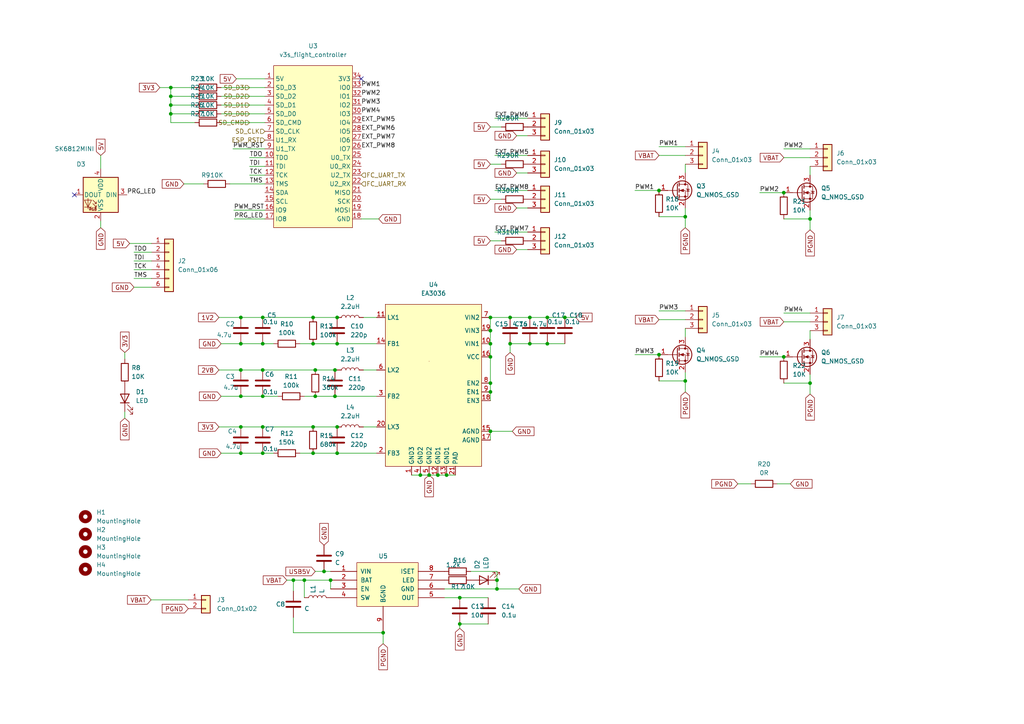
<source format=kicad_sch>
(kicad_sch (version 20211123) (generator eeschema)
  (paper "A4")
  (lib_symbols
    (symbol "Connector_Generic:Conn_01x02" (pin_names (offset 1.016) hide)
      (property "Reference" "J" (at 0 2.54 0))
      (property "Value" "Conn_01x02" (at 0 -5.08 0))
      (symbol "Conn_01x02_1_1"
        (rectangle (start -1.27 -2.413) (end 0 -2.667) (stroke (width 0.1524)))
        (rectangle (start -1.27 0.127) (end 0 -0.127) (stroke (width 0.1524)))
        (rectangle (start -1.27 1.27) (end 1.27 -3.81) (stroke (width 0.254)) (fill (type background)))
        (pin passive line (at -5.08 0 0) (length 3.81) (name "Pin_1") (number "1"))
        (pin passive line (at -5.08 -2.54 0) (length 3.81) (name "Pin_2") (number "2"))
      )
    )
    (symbol "Connector_Generic:Conn_01x03" (pin_names (offset 1.016) hide)
      (property "Reference" "J" (at 0 5.08 0))
      (property "Value" "Conn_01x03" (at 0 -5.08 0))
      (symbol "Conn_01x03_1_1"
        (rectangle (start -1.27 -2.413) (end 0 -2.667) (stroke (width 0.1524)))
        (rectangle (start -1.27 0.127) (end 0 -0.127) (stroke (width 0.1524)))
        (rectangle (start -1.27 2.667) (end 0 2.413) (stroke (width 0.1524)))
        (rectangle (start -1.27 3.81) (end 1.27 -3.81) (stroke (width 0.254)) (fill (type background)))
        (pin passive line (at -5.08 2.54 0) (length 3.81) (name "Pin_1") (number "1"))
        (pin passive line (at -5.08 0 0) (length 3.81) (name "Pin_2") (number "2"))
        (pin passive line (at -5.08 -2.54 0) (length 3.81) (name "Pin_3") (number "3"))
      )
    )
    (symbol "Connector_Generic:Conn_01x06" (pin_names (offset 1.016) hide)
      (property "Reference" "J" (at 0 7.62 0))
      (property "Value" "Conn_01x06" (at 0 -10.16 0))
      (symbol "Conn_01x06_1_1"
        (rectangle (start -1.27 -7.493) (end 0 -7.747) (stroke (width 0.1524)))
        (rectangle (start -1.27 -4.953) (end 0 -5.207) (stroke (width 0.1524)))
        (rectangle (start -1.27 -2.413) (end 0 -2.667) (stroke (width 0.1524)))
        (rectangle (start -1.27 0.127) (end 0 -0.127) (stroke (width 0.1524)))
        (rectangle (start -1.27 2.667) (end 0 2.413) (stroke (width 0.1524)))
        (rectangle (start -1.27 5.207) (end 0 4.953) (stroke (width 0.1524)))
        (rectangle (start -1.27 6.35) (end 1.27 -8.89) (stroke (width 0.254)) (fill (type background)))
        (pin passive line (at -5.08 5.08 0) (length 3.81) (name "Pin_1") (number "1"))
        (pin passive line (at -5.08 2.54 0) (length 3.81) (name "Pin_2") (number "2"))
        (pin passive line (at -5.08 0 0) (length 3.81) (name "Pin_3") (number "3"))
        (pin passive line (at -5.08 -2.54 0) (length 3.81) (name "Pin_4") (number "4"))
        (pin passive line (at -5.08 -5.08 0) (length 3.81) (name "Pin_5") (number "5"))
        (pin passive line (at -5.08 -7.62 0) (length 3.81) (name "Pin_6") (number "6"))
      )
    )
    (symbol "Device:C" (pin_numbers hide) (pin_names (offset 0.254))
      (property "Reference" "C" (at 0.635 2.54 0))
      (property "Value" "C" (at 0.635 -2.54 0))
      (symbol "C_0_1"
        (polyline (pts (xy -2.032 -0.762) (xy 2.032 -0.762)) (stroke (width 0.508)))
        (polyline (pts (xy -2.032 0.762) (xy 2.032 0.762)) (stroke (width 0.508)))
      )
      (symbol "C_1_1"
        (pin passive line (at 0 3.81 270) (length 2.794) (name "~") (number "1"))
        (pin passive line (at 0 -3.81 90) (length 2.794) (name "~") (number "2"))
      )
    )
    (symbol "Device:L" (pin_numbers hide) (pin_names (offset 1.016) hide)
      (property "Reference" "L" (at -1.27 0 90))
      (property "Value" "L" (at 1.905 0 90))
      (symbol "L_0_1"
        (arc (start 0 -2.54) (mid 0.635 -1.905) (end 0 -1.27))
        (arc (start 0 -1.27) (mid 0.635 -0.635) (end 0 0))
        (arc (start 0 0) (mid 0.635 0.635) (end 0 1.27))
        (arc (start 0 1.27) (mid 0.635 1.905) (end 0 2.54))
      )
      (symbol "L_1_1"
        (pin passive line (at 0 3.81 270) (length 1.27) (name "1") (number "1"))
        (pin passive line (at 0 -3.81 90) (length 1.27) (name "2") (number "2"))
      )
    )
    (symbol "Device:LED" (pin_numbers hide) (pin_names (offset 1.016) hide)
      (property "Reference" "D" (at 0 2.54 0))
      (property "Value" "LED" (at 0 -2.54 0))
      (symbol "LED_0_1"
        (polyline (pts (xy -1.27 -1.27) (xy -1.27 1.27)) (stroke (width 0.254)))
        (polyline (pts (xy -1.27 0) (xy 1.27 0)))
        (polyline (pts (xy 1.27 -1.27) (xy 1.27 1.27) (xy -1.27 0) (xy 1.27 -1.27)) (stroke (width 0.254)))
        (polyline (pts (xy -3.048 -0.762) (xy -4.572 -2.286) (xy -3.81 -2.286) (xy -4.572 -2.286) (xy -4.572 -1.524)))
        (polyline (pts (xy -1.778 -0.762) (xy -3.302 -2.286) (xy -2.54 -2.286) (xy -3.302 -2.286) (xy -3.302 -1.524)))
      )
      (symbol "LED_1_1"
        (pin passive line (at -3.81 0 0) (length 2.54) (name "K") (number "1"))
        (pin passive line (at 3.81 0 180) (length 2.54) (name "A") (number "2"))
      )
    )
    (symbol "Device:Q_NMOS_GSD" (pin_names (offset 0) hide)
      (property "Reference" "Q" (at 5.08 1.27 0))
      (property "Value" "Q_NMOS_GSD" (at 5.08 -1.27 0))
      (symbol "Q_NMOS_GSD_0_1"
        (polyline (pts (xy 0.254 0) (xy -2.54 0)))
        (polyline (pts (xy 0.254 1.905) (xy 0.254 -1.905)) (stroke (width 0.254)))
        (polyline (pts (xy 0.762 -1.27) (xy 0.762 -2.286)) (stroke (width 0.254)))
        (polyline (pts (xy 0.762 0.508) (xy 0.762 -0.508)) (stroke (width 0.254)))
        (polyline (pts (xy 0.762 2.286) (xy 0.762 1.27)) (stroke (width 0.254)))
        (polyline (pts (xy 2.54 2.54) (xy 2.54 1.778)))
        (polyline (pts (xy 2.54 -2.54) (xy 2.54 0) (xy 0.762 0)))
        (polyline (pts (xy 0.762 -1.778) (xy 3.302 -1.778) (xy 3.302 1.778) (xy 0.762 1.778)))
        (polyline (pts (xy 1.016 0) (xy 2.032 0.381) (xy 2.032 -0.381) (xy 1.016 0)) (fill (type outline)))
        (polyline (pts (xy 2.794 0.508) (xy 2.921 0.381) (xy 3.683 0.381) (xy 3.81 0.254)))
        (polyline (pts (xy 3.302 0.381) (xy 2.921 -0.254) (xy 3.683 -0.254) (xy 3.302 0.381)))
        (circle (center 1.651 0) (radius 2.794) (stroke (width 0.254)))
        (circle (center 2.54 -1.778) (radius 0.254) (fill (type outline)))
        (circle (center 2.54 1.778) (radius 0.254) (fill (type outline)))
      )
      (symbol "Q_NMOS_GSD_1_1"
        (pin input line (at -5.08 0 0) (length 2.54) (name "G") (number "1"))
        (pin passive line (at 2.54 -5.08 90) (length 2.54) (name "S") (number "2"))
        (pin passive line (at 2.54 5.08 270) (length 2.54) (name "D") (number "3"))
      )
    )
    (symbol "Device:R" (pin_numbers hide) (pin_names (offset 0))
      (property "Reference" "R" (at 2.032 0 90))
      (property "Value" "R" (at 0 0 90))
      (symbol "R_0_1"
        (rectangle (start -1.016 -2.54) (end 1.016 2.54) (stroke (width 0.254)))
      )
      (symbol "R_1_1"
        (pin passive line (at 0 3.81 270) (length 1.27) (name "~") (number "1"))
        (pin passive line (at 0 -3.81 90) (length 1.27) (name "~") (number "2"))
      )
    )
    (symbol "LED:SK6812MINI" (pin_names (offset 0.254))
      (property "Reference" "D" (at 5.08 5.715 0))
      (property "Value" "SK6812MINI" (at 1.27 -5.715 0))
      (symbol "SK6812MINI_0_0"
        (text "RGB" (at 2.286 -4.191 0) (effects (font (size 0.762 0.762))))
      )
      (symbol "SK6812MINI_0_1"
        (polyline (pts (xy 1.27 -3.556) (xy 1.778 -3.556)))
        (polyline (pts (xy 1.27 -2.54) (xy 1.778 -2.54)))
        (polyline (pts (xy 4.699 -3.556) (xy 2.667 -3.556)))
        (polyline (pts (xy 2.286 -2.54) (xy 1.27 -3.556) (xy 1.27 -3.048)))
        (polyline (pts (xy 2.286 -1.524) (xy 1.27 -2.54) (xy 1.27 -2.032)))
        (polyline (pts (xy 3.683 -1.016) (xy 3.683 -3.556) (xy 3.683 -4.064)))
        (polyline (pts (xy 4.699 -1.524) (xy 2.667 -1.524) (xy 3.683 -3.556) (xy 4.699 -1.524)))
        (rectangle (start 5.08 5.08) (end -5.08 -5.08) (stroke (width 0.254)) (fill (type background)))
      )
      (symbol "SK6812MINI_1_1"
        (pin output line (at 7.62 0 180) (length 2.54) (name "DOUT") (number "1"))
        (pin power_in line (at 0 -7.62 90) (length 2.54) (name "VSS") (number "2"))
        (pin input line (at -7.62 0 0) (length 2.54) (name "DIN") (number "3"))
        (pin power_in line (at 0 7.62 270) (length 2.54) (name "VDD") (number "4"))
      )
    )
    (symbol "Mechanical:MountingHole" (pin_names (offset 1.016))
      (property "Reference" "H" (at 0 5.08 0))
      (property "Value" "MountingHole" (at 0 3.175 0))
      (symbol "MountingHole_0_1"
        (circle (center 0 0) (radius 1.27) (stroke (width 1.27)))
      )
    )
    (symbol "SCH_IntegratedCircuit:ETA9640" (pin_names (offset 1.016))
      (property "Reference" "U?" (at 1.27 15.875 0))
      (symbol "ETA9640_1_1"
        (rectangle (start -7.62 -2.54) (end 10.16 10.16) (fill (type background)))
        (pin passive line (at -15.24 7.62 0) (length 7.62) (name "VIN") (number "1"))
        (pin passive line (at -15.24 5.08 0) (length 7.62) (name "BAT") (number "2"))
        (pin passive line (at -15.24 2.54 0) (length 7.62) (name "EN") (number "3"))
        (pin passive line (at -15.24 0 0) (length 7.62) (name "SW") (number "4"))
        (pin passive line (at 17.78 0 180) (length 7.62) (name "OUT") (number "5"))
        (pin passive line (at 17.78 2.54 180) (length 7.62) (name "GND") (number "6"))
        (pin passive line (at 17.78 5.08 180) (length 7.62) (name "LED") (number "7"))
        (pin passive line (at 17.78 7.62 180) (length 7.62) (name "ISET") (number "8"))
        (pin passive line (at 0 -10.16 90) (length 7.62) (name "BGND") (number "9"))
      )
    )
    (symbol "ic:EA3036"
      (property "Reference" "U" (at 24.13 5.08 0))
      (property "Value" "EA3036" (at 17.78 5.08 0))
      (symbol "EA3036_0_0"
        (pin power_in line (at 17.78 -45.72 90) (length 2.54) (name "GND3") (number "1"))
        (pin power_in line (at 40.64 -7.62 180) (length 2.54) (name "VIN1") (number "10"))
        (pin power_out line (at 7.62 0 0) (length 2.54) (name "LX1") (number "11"))
        (pin power_in line (at 25.4 -45.72 90) (length 2.54) (name "GND1") (number "12"))
        (pin power_in line (at 27.94 -45.72 90) (length 2.54) (name "GND1") (number "13"))
        (pin input line (at 7.62 -7.62 0) (length 2.54) (name "FB1") (number "14"))
        (pin power_in line (at 40.64 -33.02 180) (length 2.54) (name "AGND") (number "15"))
        (pin power_in line (at 40.64 -11.43 180) (length 2.54) (name "VCC") (number "16"))
        (pin power_in line (at 40.64 -35.56 180) (length 2.54) (name "AGND") (number "17"))
        (pin input line (at 40.64 -24.13 180) (length 2.54) (name "EN3") (number "18"))
        (pin power_in line (at 40.64 -3.81 180) (length 2.54) (name "VIN3") (number "19"))
        (pin input line (at 7.62 -39.37 0) (length 2.54) (name "FB3") (number "2"))
        (pin power_out line (at 7.62 -31.75 0) (length 2.54) (name "LX3") (number "20"))
        (pin power_in line (at 30.48 -45.72 90) (length 2.54) (name "PAD") (number "21"))
        (pin input line (at 7.62 -22.86 0) (length 2.54) (name "FB2") (number "3"))
        (pin power_in line (at 20.32 -45.72 90) (length 2.54) (name "GND2") (number "4"))
        (pin power_in line (at 22.86 -45.72 90) (length 2.54) (name "GND2") (number "5"))
        (pin power_out line (at 7.62 -15.24 0) (length 2.54) (name "LX2") (number "6"))
        (pin power_in line (at 40.64 0 180) (length 2.54) (name "VIN2") (number "7"))
        (pin input line (at 40.64 -19.05 180) (length 2.54) (name "EN2") (number "8"))
        (pin input line (at 40.64 -21.59 180) (length 2.54) (name "EN1") (number "9"))
      )
      (symbol "EA3036_0_1"
        (rectangle (start 10.16 3.81) (end 38.1 -43.18) (fill (type background)))
        (rectangle (start 22.86 -12.7) (end 22.86 -12.7))
      )
    )
    (symbol "modules:v3s_flight_controller"
      (property "Reference" "U" (at -3.81 20.32 0))
      (property "Value" "v3s_flight_controller" (at 7.62 20.32 0))
      (symbol "v3s_flight_controller_0_0"
        (pin power_in line (at -10.16 15.24 0) (length 2.54) (name "5V") (number "1"))
        (pin output line (at -10.16 -7.62 0) (length 2.54) (name "TDO") (number "10"))
        (pin input line (at -10.16 -10.16 0) (length 2.54) (name "TDI") (number "11"))
        (pin input line (at -10.16 -12.7 0) (length 2.54) (name "TCK") (number "12"))
        (pin input line (at -10.16 -15.24 0) (length 2.54) (name "TMS") (number "13"))
        (pin open_emitter line (at -10.16 -17.78 0) (length 2.54) (name "SDA") (number "14"))
        (pin open_emitter line (at -10.16 -20.32 0) (length 2.54) (name "SCL") (number "15"))
        (pin output line (at -10.16 -22.86 0) (length 2.54) (name "IO9") (number "16"))
        (pin input line (at -10.16 -25.4 0) (length 2.54) (name "IO8") (number "17"))
        (pin power_out line (at 17.78 -25.4 180) (length 2.54) (name "GND") (number "18"))
        (pin input line (at 17.78 -22.86 180) (length 2.54) (name "MOSI") (number "19"))
        (pin bidirectional line (at -10.16 12.7 0) (length 2.54) (name "SD_D3") (number "2"))
        (pin output line (at 17.78 -20.32 180) (length 2.54) (name "SCK") (number "20"))
        (pin output line (at 17.78 -17.78 180) (length 2.54) (name "MISO") (number "21"))
        (pin input line (at 17.78 -15.24 180) (length 2.54) (name "U2_RX") (number "22"))
        (pin output line (at 17.78 -12.7 180) (length 2.54) (name "U2_TX") (number "23"))
        (pin input line (at 17.78 -10.16 180) (length 2.54) (name "U0_RX") (number "24"))
        (pin output line (at 17.78 -7.62 180) (length 2.54) (name "U0_TX") (number "25"))
        (pin output line (at 17.78 -5.08 180) (length 2.54) (name "IO7") (number "26"))
        (pin output line (at 17.78 -2.54 180) (length 2.54) (name "IO6") (number "27"))
        (pin output line (at 17.78 0 180) (length 2.54) (name "IO5") (number "28"))
        (pin output line (at 17.78 2.54 180) (length 2.54) (name "IO4") (number "29"))
        (pin bidirectional line (at -10.16 10.16 0) (length 2.54) (name "SD_D2") (number "3"))
        (pin output line (at 17.78 5.08 180) (length 2.54) (name "IO3") (number "30"))
        (pin output line (at 17.78 7.62 180) (length 2.54) (name "IO2") (number "31"))
        (pin output line (at 17.78 10.16 180) (length 2.54) (name "IO1") (number "32"))
        (pin output line (at 17.78 12.7 180) (length 2.54) (name "IO0") (number "33"))
        (pin power_out line (at 17.78 15.24 180) (length 2.54) (name "3V3") (number "34"))
        (pin bidirectional line (at -10.16 7.62 0) (length 2.54) (name "SD_D1") (number "4"))
        (pin bidirectional line (at -10.16 5.08 0) (length 2.54) (name "SD_D0") (number "5"))
        (pin output line (at -10.16 2.54 0) (length 2.54) (name "SD_CMD") (number "6"))
        (pin output line (at -10.16 0 0) (length 2.54) (name "SD_CLK") (number "7"))
        (pin input line (at -10.16 -2.54 0) (length 2.54) (name "U1_RX") (number "8"))
        (pin output line (at -10.16 -5.08 0) (length 2.54) (name "U1_TX") (number "9"))
      )
      (symbol "v3s_flight_controller_0_1"
        (rectangle (start -7.62 19.05) (end 15.24 -27.94) (fill (type background)))
      )
    )
  )
  (junction (at 121.92 137.795))
  (junction (at 69.85 107.315))
  (junction (at 69.85 131.445))
  (junction (at 90.805 92.075))
  (junction (at 49.53 27.94))
  (junction (at 76.2 114.935))
  (junction (at 69.85 99.695))
  (junction (at 91.44 114.935))
  (junction (at 147.955 92.075))
  (junction (at 69.85 114.935))
  (junction (at 191.135 102.87))
  (junction (at 90.805 131.445))
  (junction (at 142.24 92.075))
  (junction (at 88.265 168.275))
  (junction (at 90.805 99.695))
  (junction (at 49.53 25.4))
  (junction (at 76.2 131.445))
  (junction (at 97.79 123.825))
  (junction (at 144.145 168.275))
  (junction (at 91.44 107.315))
  (junction (at 76.2 123.825))
  (junction (at 85.09 168.275))
  (junction (at 69.85 123.825))
  (junction (at 127 137.795))
  (junction (at 97.79 131.445))
  (junction (at 69.85 92.075))
  (junction (at 142.24 125.095))
  (junction (at 76.2 107.315))
  (junction (at 198.755 62.865))
  (junction (at 153.67 92.075))
  (junction (at 163.83 92.075))
  (junction (at 111.125 183.515))
  (junction (at 142.24 113.665))
  (junction (at 97.155 107.315))
  (junction (at 95.885 168.275))
  (junction (at 158.75 92.075))
  (junction (at 133.35 173.355))
  (junction (at 153.67 99.695))
  (junction (at 97.155 114.935))
  (junction (at 147.955 99.695))
  (junction (at 142.24 95.885))
  (junction (at 90.805 123.825))
  (junction (at 97.79 92.075))
  (junction (at 142.24 103.505))
  (junction (at 133.35 180.975))
  (junction (at 227.33 103.505))
  (junction (at 191.135 55.245))
  (junction (at 158.75 99.695))
  (junction (at 144.145 170.815))
  (junction (at 49.53 30.48))
  (junction (at 76.2 99.695))
  (junction (at 198.755 110.49))
  (junction (at 142.24 99.695))
  (junction (at 49.53 33.02))
  (junction (at 124.46 137.795))
  (junction (at 97.79 99.695))
  (junction (at 93.98 165.735))
  (junction (at 129.54 137.795))
  (junction (at 234.95 63.5))
  (junction (at 234.95 111.125))
  (junction (at 142.24 111.125))
  (junction (at 76.2 92.075))
  (junction (at 227.33 55.88))
  (no_connect (at 21.59 56.515))
  (no_connect (at 104.775 22.86))
  (wire (pts (xy 158.75 92.075) (xy 163.83 92.075)))
  (wire (pts (xy 49.53 30.48) (xy 49.53 33.02)))
  (wire (pts (xy 109.855 63.5) (xy 104.775 63.5)))
  (wire (pts (xy 43.815 173.99) (xy 54.61 173.99)))
  (wire (pts (xy 49.53 30.48) (xy 56.515 30.48)))
  (wire (pts (xy 67.564 43.18) (xy 76.835 43.18)))
  (wire (pts (xy 69.85 107.315) (xy 76.2 107.315)))
  (wire (pts (xy 93.98 165.735) (xy 95.885 165.735)))
  (wire (pts (xy 66.675 53.34) (xy 76.835 53.34)))
  (wire (pts (xy 149.86 72.39) (xy 153.035 72.39)))
  (wire (pts (xy 149.86 60.325) (xy 153.035 60.325)))
  (wire (pts (xy 88.265 168.275) (xy 95.885 168.275)))
  (wire (pts (xy 67.945 63.5) (xy 76.835 63.5)))
  (wire (pts (xy 227.33 43.18) (xy 234.95 43.18)))
  (wire (pts (xy 91.44 107.315) (xy 97.155 107.315)))
  (wire (pts (xy 76.2 92.075) (xy 90.805 92.075)))
  (wire (pts (xy 85.09 171.45) (xy 85.09 168.275)))
  (wire (pts (xy 191.135 92.71) (xy 198.755 92.71)))
  (wire (pts (xy 91.44 165.735) (xy 93.98 165.735)))
  (wire (pts (xy 142.24 111.125) (xy 142.24 113.665)))
  (wire (pts (xy 37.592 70.612) (xy 43.942 70.612)))
  (wire (pts (xy 144.145 170.815) (xy 128.905 170.815)))
  (wire (pts (xy 234.95 95.885) (xy 234.95 98.425)))
  (wire (pts (xy 90.805 131.445) (xy 97.79 131.445)))
  (wire (pts (xy 158.75 99.695) (xy 163.83 99.695)))
  (wire (pts (xy 36.195 102.235) (xy 36.195 104.14)))
  (wire (pts (xy 191.135 110.49) (xy 198.755 110.49)))
  (wire (pts (xy 143.51 34.29) (xy 153.035 34.29)))
  (wire (pts (xy 64.135 131.445) (xy 69.85 131.445)))
  (wire (pts (xy 225.425 140.335) (xy 229.235 140.335)))
  (wire (pts (xy 49.53 25.4) (xy 49.53 27.94)))
  (wire (pts (xy 38.862 78.232) (xy 43.942 78.232)))
  (wire (pts (xy 142.24 69.85) (xy 145.415 69.85)))
  (wire (pts (xy 144.145 165.735) (xy 144.145 168.275)))
  (wire (pts (xy 143.51 67.31) (xy 153.035 67.31)))
  (wire (pts (xy 97.79 99.695) (xy 109.22 99.695)))
  (wire (pts (xy 142.24 99.695) (xy 142.24 103.505)))
  (wire (pts (xy 133.35 180.975) (xy 141.605 180.975)))
  (wire (pts (xy 143.51 45.085) (xy 153.035 45.085)))
  (wire (pts (xy 64.135 27.94) (xy 76.835 27.94)))
  (wire (pts (xy 64.135 25.4) (xy 76.835 25.4)))
  (wire (pts (xy 105.41 123.825) (xy 109.22 123.825)))
  (wire (pts (xy 63.5 92.075) (xy 69.85 92.075)))
  (wire (pts (xy 64.135 30.48) (xy 76.835 30.48)))
  (wire (pts (xy 234.95 63.5) (xy 234.95 60.96)))
  (wire (pts (xy 76.2 123.825) (xy 90.805 123.825)))
  (wire (pts (xy 38.862 83.312) (xy 43.942 83.312)))
  (wire (pts (xy 76.2 99.695) (xy 79.375 99.695)))
  (wire (pts (xy 90.805 99.695) (xy 97.79 99.695)))
  (wire (pts (xy 198.755 66.04) (xy 198.755 62.865)))
  (wire (pts (xy 49.53 27.94) (xy 56.515 27.94)))
  (wire (pts (xy 97.155 107.315) (xy 97.79 107.315)))
  (wire (pts (xy 163.83 92.075) (xy 167.005 92.075)))
  (wire (pts (xy 144.145 168.275) (xy 144.145 170.815)))
  (wire (pts (xy 64.135 35.56) (xy 76.835 35.56)))
  (wire (pts (xy 142.24 92.075) (xy 147.955 92.075)))
  (wire (pts (xy 83.185 168.275) (xy 85.09 168.275)))
  (wire (pts (xy 64.135 33.02) (xy 76.835 33.02)))
  (wire (pts (xy 97.155 114.935) (xy 109.22 114.935)))
  (wire (pts (xy 148.59 125.095) (xy 142.24 125.095)))
  (wire (pts (xy 142.24 95.885) (xy 142.24 99.695)))
  (wire (pts (xy 184.15 55.245) (xy 191.135 55.245)))
  (wire (pts (xy 133.35 182.245) (xy 133.35 180.975)))
  (wire (pts (xy 67.818 60.96) (xy 76.835 60.96)))
  (wire (pts (xy 63.5 123.825) (xy 69.85 123.825)))
  (wire (pts (xy 150.495 170.815) (xy 144.145 170.815)))
  (wire (pts (xy 142.24 57.785) (xy 145.415 57.785)))
  (wire (pts (xy 234.95 111.125) (xy 234.95 108.585)))
  (wire (pts (xy 64.135 114.935) (xy 69.85 114.935)))
  (wire (pts (xy 111.125 186.69) (xy 111.125 183.515)))
  (wire (pts (xy 91.44 114.935) (xy 97.155 114.935)))
  (wire (pts (xy 149.86 39.37) (xy 153.035 39.37)))
  (wire (pts (xy 68.58 22.86) (xy 76.835 22.86)))
  (wire (pts (xy 76.2 107.315) (xy 91.44 107.315)))
  (wire (pts (xy 133.35 173.355) (xy 141.605 173.355)))
  (wire (pts (xy 88.265 173.355) (xy 88.265 168.275)))
  (wire (pts (xy 38.862 80.772) (xy 43.942 80.772)))
  (wire (pts (xy 129.54 137.795) (xy 132.08 137.795)))
  (wire (pts (xy 149.86 50.165) (xy 153.035 50.165)))
  (wire (pts (xy 213.995 140.335) (xy 217.805 140.335)))
  (wire (pts (xy 90.805 92.075) (xy 97.79 92.075)))
  (wire (pts (xy 85.09 168.275) (xy 88.265 168.275)))
  (wire (pts (xy 143.51 55.245) (xy 153.035 55.245)))
  (wire (pts (xy 86.995 131.445) (xy 90.805 131.445)))
  (wire (pts (xy 142.24 125.095) (xy 142.24 127.635)))
  (wire (pts (xy 29.21 66.04) (xy 29.21 64.135)))
  (wire (pts (xy 69.85 99.695) (xy 76.2 99.695)))
  (wire (pts (xy 234.95 48.26) (xy 234.95 50.8)))
  (wire (pts (xy 142.24 113.665) (xy 142.24 116.205)))
  (wire (pts (xy 227.33 45.72) (xy 234.95 45.72)))
  (wire (pts (xy 127 137.795) (xy 129.54 137.795)))
  (wire (pts (xy 38.862 73.152) (xy 43.942 73.152)))
  (wire (pts (xy 72.39 45.72) (xy 76.835 45.72)))
  (wire (pts (xy 46.355 25.4) (xy 49.53 25.4)))
  (wire (pts (xy 142.24 103.505) (xy 142.24 111.125)))
  (wire (pts (xy 121.92 137.795) (xy 124.46 137.795)))
  (wire (pts (xy 198.755 113.665) (xy 198.755 110.49)))
  (wire (pts (xy 105.41 92.075) (xy 109.22 92.075)))
  (wire (pts (xy 119.38 137.795) (xy 121.92 137.795)))
  (wire (pts (xy 49.53 35.56) (xy 56.515 35.56)))
  (wire (pts (xy 198.755 95.25) (xy 198.755 97.79)))
  (wire (pts (xy 153.67 92.075) (xy 158.75 92.075)))
  (wire (pts (xy 133.35 173.355) (xy 128.905 173.355)))
  (wire (pts (xy 76.2 114.935) (xy 80.645 114.935)))
  (wire (pts (xy 198.755 110.49) (xy 198.755 107.95)))
  (wire (pts (xy 90.805 123.825) (xy 97.79 123.825)))
  (wire (pts (xy 49.53 33.02) (xy 49.53 35.56)))
  (wire (pts (xy 147.955 99.695) (xy 153.67 99.695)))
  (wire (pts (xy 29.21 45.085) (xy 29.21 48.895)))
  (wire (pts (xy 38.862 75.692) (xy 43.942 75.692)))
  (wire (pts (xy 227.33 111.125) (xy 234.95 111.125)))
  (wire (pts (xy 191.135 45.085) (xy 198.755 45.085)))
  (wire (pts (xy 76.2 131.445) (xy 79.375 131.445)))
  (wire (pts (xy 49.53 27.94) (xy 49.53 30.48)))
  (wire (pts (xy 234.95 66.675) (xy 234.95 63.5)))
  (wire (pts (xy 220.345 103.505) (xy 227.33 103.505)))
  (wire (pts (xy 72.39 50.8) (xy 76.835 50.8)))
  (wire (pts (xy 63.5 107.315) (xy 69.85 107.315)))
  (wire (pts (xy 85.09 179.07) (xy 85.09 183.515)))
  (wire (pts (xy 191.135 62.865) (xy 198.755 62.865)))
  (wire (pts (xy 69.85 114.935) (xy 76.2 114.935)))
  (wire (pts (xy 124.46 137.795) (xy 127 137.795)))
  (wire (pts (xy 147.955 102.235) (xy 147.955 99.695)))
  (wire (pts (xy 36.195 121.285) (xy 36.195 119.38)))
  (wire (pts (xy 64.135 99.695) (xy 69.85 99.695)))
  (wire (pts (xy 69.85 131.445) (xy 76.2 131.445)))
  (wire (pts (xy 49.53 25.4) (xy 56.515 25.4)))
  (wire (pts (xy 153.67 99.695) (xy 158.75 99.695)))
  (wire (pts (xy 142.24 92.075) (xy 142.24 95.885)))
  (wire (pts (xy 191.135 90.17) (xy 198.755 90.17)))
  (wire (pts (xy 49.53 33.02) (xy 56.515 33.02)))
  (wire (pts (xy 95.885 168.275) (xy 95.885 170.815)))
  (wire (pts (xy 72.39 48.26) (xy 76.835 48.26)))
  (wire (pts (xy 191.135 42.545) (xy 198.755 42.545)))
  (wire (pts (xy 227.33 90.805) (xy 234.95 90.805)))
  (wire (pts (xy 198.755 47.625) (xy 198.755 50.165)))
  (wire (pts (xy 136.525 165.735) (xy 144.145 165.735)))
  (wire (pts (xy 234.95 114.3) (xy 234.95 111.125)))
  (wire (pts (xy 105.41 107.315) (xy 109.22 107.315)))
  (wire (pts (xy 86.995 99.695) (xy 90.805 99.695)))
  (wire (pts (xy 184.15 102.87) (xy 191.135 102.87)))
  (wire (pts (xy 97.79 131.445) (xy 109.22 131.445)))
  (wire (pts (xy 69.85 92.075) (xy 76.2 92.075)))
  (wire (pts (xy 142.24 47.625) (xy 145.415 47.625)))
  (wire (pts (xy 227.33 93.345) (xy 234.95 93.345)))
  (wire (pts (xy 147.955 92.075) (xy 153.67 92.075)))
  (wire (pts (xy 88.265 114.935) (xy 91.44 114.935)))
  (wire (pts (xy 69.85 123.825) (xy 76.2 123.825)))
  (wire (pts (xy 111.125 183.515) (xy 85.09 183.515)))
  (wire (pts (xy 220.345 55.88) (xy 227.33 55.88)))
  (wire (pts (xy 53.34 53.34) (xy 59.055 53.34)))
  (wire (pts (xy 142.24 36.83) (xy 145.415 36.83)))
  (wire (pts (xy 227.33 63.5) (xy 234.95 63.5)))
  (wire (pts (xy 198.755 62.865) (xy 198.755 60.325)))
  (label "TDO" (at 38.862 73.152 0))
  (label "PWM1" (at 104.775 25.4 0))
  (label "TMS" (at 72.39 53.34 0))
  (label "EXT_PWM7" (at 104.775 40.64 0))
  (label "PRG_LED" (at 67.945 63.5 0))
  (label "TDO" (at 72.39 45.72 0))
  (label "PWM4" (at 227.33 90.805 0))
  (label "TDI" (at 72.39 48.26 0))
  (label "PWM3" (at 191.135 90.17 0))
  (label "PWM2" (at 227.33 43.18 0))
  (label "EXT_PWM8" (at 143.51 55.245 0))
  (label "EXT_PWM6" (at 143.51 34.29 0))
  (label "PWM4" (at 220.345 103.505 0))
  (label "TCK" (at 38.862 78.232 0))
  (label "TDI" (at 38.862 75.692 0))
  (label "PWM1" (at 184.15 55.245 0))
  (label "PWM3" (at 184.15 102.87 0))
  (label "PWM3" (at 104.775 30.48 0))
  (label "EXT_PWM7" (at 143.51 67.31 0))
  (label "EXT_PWM6" (at 104.775 38.1 0))
  (label "PWM2" (at 220.345 55.88 0))
  (label "TMS" (at 38.862 80.772 0))
  (label "EXT_PWM8" (at 104.775 43.18 0))
  (label "EXT_PWM5" (at 104.775 35.56 0))
  (label "TCK" (at 72.39 50.8 0))
  (label "EXT_PWM5" (at 143.51 45.085 0))
  (label "PWM2" (at 104.775 27.94 0))
  (label "PWM_RST" (at 67.818 60.96 0))
  (label "PWM_RST" (at 67.564 43.18 0))
  (label "PWM4" (at 104.775 33.02 0))
  (label "PWM1" (at 191.135 42.545 0))
  (label "PRG_LED" (at 36.83 56.515 0))
  (global_label "PGND" (shape input) (at 234.95 114.3 270) (property "Intersheet References" "${INTERSHEET_REFS}" (effects hide)))
  (global_label "VBAT" (shape input) (at 191.135 45.085 180) (property "Intersheet References" "${INTERSHEET_REFS}" (effects hide)))
  (global_label "GND" (shape input) (at 148.59 125.095 0) (property "Intersheet References" "${INTERSHEET_REFS}" (effects hide)))
  (global_label "5V" (shape input) (at 29.21 45.085 90) (property "Intersheet References" "${INTERSHEET_REFS}" (effects hide)))
  (global_label "3V3" (shape input) (at 63.5 123.825 180) (property "Intersheet References" "${INTERSHEET_REFS}" (effects hide)))
  (global_label "PGND" (shape input) (at 111.125 186.69 270) (property "Intersheet References" "${INTERSHEET_REFS}" (effects hide)))
  (global_label "GND" (shape input) (at 29.21 66.04 270) (property "Intersheet References" "${INTERSHEET_REFS}" (effects hide)))
  (global_label "USB5V" (shape input) (at 91.44 165.735 180) (property "Intersheet References" "${INTERSHEET_REFS}" (effects hide)))
  (global_label "VBAT" (shape input) (at 227.33 45.72 180) (property "Intersheet References" "${INTERSHEET_REFS}" (effects hide)))
  (global_label "VBAT" (shape input) (at 191.135 92.71 180) (property "Intersheet References" "${INTERSHEET_REFS}" (effects hide)))
  (global_label "GND" (shape input) (at 149.86 39.37 180) (property "Intersheet References" "${INTERSHEET_REFS}" (effects hide)))
  (global_label "GND" (shape input) (at 229.235 140.335 0) (property "Intersheet References" "${INTERSHEET_REFS}" (effects hide)))
  (global_label "GND" (shape input) (at 93.98 158.115 90) (property "Intersheet References" "${INTERSHEET_REFS}" (effects hide)))
  (global_label "5V" (shape input) (at 68.58 22.86 180) (property "Intersheet References" "${INTERSHEET_REFS}" (effects hide)))
  (global_label "GND" (shape input) (at 133.35 182.245 270) (property "Intersheet References" "${INTERSHEET_REFS}" (effects hide)))
  (global_label "PGND" (shape input) (at 198.755 66.04 270) (property "Intersheet References" "${INTERSHEET_REFS}" (effects hide)))
  (global_label "5V" (shape input) (at 142.24 57.785 180) (property "Intersheet References" "${INTERSHEET_REFS}" (effects hide)))
  (global_label "PGND" (shape input) (at 54.61 176.53 180) (property "Intersheet References" "${INTERSHEET_REFS}" (effects hide)))
  (global_label "GND" (shape input) (at 149.86 72.39 180) (property "Intersheet References" "${INTERSHEET_REFS}" (effects hide)))
  (global_label "3V3" (shape input) (at 46.355 25.4 180) (property "Intersheet References" "${INTERSHEET_REFS}" (effects hide)))
  (global_label "PGND" (shape input) (at 198.755 113.665 270) (property "Intersheet References" "${INTERSHEET_REFS}" (effects hide)))
  (global_label "VBAT" (shape input) (at 227.33 93.345 180) (property "Intersheet References" "${INTERSHEET_REFS}" (effects hide)))
  (global_label "GND" (shape input) (at 36.195 121.285 270) (property "Intersheet References" "${INTERSHEET_REFS}" (effects hide)))
  (global_label "5V" (shape input) (at 142.24 69.85 180) (property "Intersheet References" "${INTERSHEET_REFS}" (effects hide)))
  (global_label "GND" (shape input) (at 124.46 137.795 270) (property "Intersheet References" "${INTERSHEET_REFS}" (effects hide)))
  (global_label "VBAT" (shape input) (at 83.185 168.275 180) (property "Intersheet References" "${INTERSHEET_REFS}" (effects hide)))
  (global_label "GND" (shape input) (at 53.34 53.34 180) (property "Intersheet References" "${INTERSHEET_REFS}" (effects hide)))
  (global_label "GND" (shape input) (at 64.135 131.445 180) (property "Intersheet References" "${INTERSHEET_REFS}" (effects hide)))
  (global_label "PGND" (shape input) (at 234.95 66.675 270) (property "Intersheet References" "${INTERSHEET_REFS}" (effects hide)))
  (global_label "1V2" (shape input) (at 63.5 92.075 180) (property "Intersheet References" "${INTERSHEET_REFS}" (effects hide)))
  (global_label "5V" (shape input) (at 142.24 36.83 180) (property "Intersheet References" "${INTERSHEET_REFS}" (effects hide)))
  (global_label "2V8" (shape input) (at 63.5 107.315 180) (property "Intersheet References" "${INTERSHEET_REFS}" (effects hide)))
  (global_label "GND" (shape input) (at 109.855 63.5 0) (property "Intersheet References" "${INTERSHEET_REFS}" (effects hide)))
  (global_label "GND" (shape input) (at 150.495 170.815 0) (property "Intersheet References" "${INTERSHEET_REFS}" (effects hide)))
  (global_label "3V3" (shape input) (at 36.195 102.235 90) (property "Intersheet References" "${INTERSHEET_REFS}" (effects hide)))
  (global_label "5V" (shape input) (at 37.592 70.612 180) (property "Intersheet References" "${INTERSHEET_REFS}" (effects hide)))
  (global_label "GND" (shape input) (at 147.955 102.235 270) (property "Intersheet References" "${INTERSHEET_REFS}" (effects hide)))
  (global_label "5V" (shape input) (at 142.24 47.625 180) (property "Intersheet References" "${INTERSHEET_REFS}" (effects hide)))
  (global_label "PGND" (shape input) (at 213.995 140.335 180) (property "Intersheet References" "${INTERSHEET_REFS}" (effects hide)))
  (global_label "GND" (shape input) (at 149.86 50.165 180) (property "Intersheet References" "${INTERSHEET_REFS}" (effects hide)))
  (global_label "GND" (shape input) (at 149.86 60.325 180) (property "Intersheet References" "${INTERSHEET_REFS}" (effects hide)))
  (global_label "GND" (shape input) (at 64.135 114.935 180) (property "Intersheet References" "${INTERSHEET_REFS}" (effects hide)))
  (global_label "5V" (shape input) (at 167.005 92.075 0) (property "Intersheet References" "${INTERSHEET_REFS}" (effects hide)))
  (global_label "GND" (shape input) (at 38.862 83.312 180) (property "Intersheet References" "${INTERSHEET_REFS}" (effects hide)))
  (global_label "VBAT" (shape input) (at 43.815 173.99 180) (property "Intersheet References" "${INTERSHEET_REFS}" (effects hide)))
  (global_label "GND" (shape input) (at 64.135 99.695 180) (property "Intersheet References" "${INTERSHEET_REFS}" (effects hide)))
  (hierarchical_label "FC_UART_RX" (shape input) (at 104.775 53.34 0))
  (hierarchical_label "FC_UART_TX" (shape input) (at 104.775 50.8 0))
  (hierarchical_label "SD_D2" (shape input) (at 72.39 27.94 180))
  (hierarchical_label "ESP_RST" (shape input) (at 76.835 40.64 180))
  (hierarchical_label "SD_D0" (shape input) (at 72.39 33.02 180))
  (hierarchical_label "SD_D3" (shape input) (at 72.39 25.4 180))
  (hierarchical_label "SD_CLK" (shape input) (at 76.835 38.1 180))
  (hierarchical_label "SD_D1" (shape input) (at 72.39 30.48 180))
  (hierarchical_label "SD_CMD" (shape input) (at 72.39 35.56 180))
  (symbol (lib_id "Connector_Generic:Conn_01x03") (at 240.03 93.345 0) (unit 1)
    (property "Reference" "J7" (at 242.57 92.0749 0) (effects (justify left)))
    (property "Value" "Conn_01x03" (at 242.57 94.6149 0) (effects (justify left)))
    (property "Footprint" "Connector_PinHeader_2.54mm:PinHeader_1x03_P2.54mm_Vertical" (effects hide))
  )
  (symbol (lib_id "Device:C") (at 147.955 95.885 0) (unit 1)
    (property "Reference" "C15" (at 143.51 93.98 0) (effects (justify left)))
    (property "Value" "4.7u" (at 148.59 93.98 0) (effects (justify left)))
    (property "Footprint" "Capacitor_SMD:C_0603_1608Metric" (effects hide))
  )
  (symbol (lib_id "Device:Q_NMOS_GSD") (at 232.41 55.88 0) (unit 1)
    (property "Reference" "Q5" (at 238.125 54.6099 0) (effects (justify left)))
    (property "Value" "Q_NMOS_GSD" (at 238.125 57.1499 0) (effects (justify left)))
    (property "Footprint" "Package_TO_SOT_SMD:SOT-23" (effects hide))
  )
  (symbol (lib_id "Device:Q_NMOS_GSD") (at 232.41 103.505 0) (unit 1)
    (property "Reference" "Q6" (at 238.125 102.2349 0) (effects (justify left)))
    (property "Value" "Q_NMOS_GSD" (at 238.125 104.7749 0) (effects (justify left)))
    (property "Footprint" "Package_TO_SOT_SMD:SOT-23" (effects hide))
  )
  (symbol (lib_id "Connector_Generic:Conn_01x03") (at 158.115 36.83 0) (unit 1)
    (property "Reference" "J9" (at 160.655 35.5599 0) (effects (justify left)))
    (property "Value" "Conn_01x03" (at 160.655 38.0999 0) (effects (justify left)))
    (property "Footprint" "Connector_PinHeader_2.54mm:PinHeader_1x03_P2.54mm_Vertical" (effects hide))
  )
  (symbol (lib_id "Device:R") (at 132.715 168.275 270) (unit 1)
    (property "Reference" "R17" (at 132.715 170.18 90))
    (property "Value" "10K" (at 135.89 170.18 90))
    (property "Footprint" "Resistor_SMD:R_0603_1608Metric" (effects hide))
  )
  (symbol (lib_id "Device:R") (at 91.44 111.125 0) (unit 1)
    (property "Reference" "R14" (at 93.345 109.8549 0) (effects (justify left)))
    (property "Value" "360k" (at 93.345 112.3949 0) (effects (justify left)))
    (property "Footprint" "Resistor_SMD:R_0603_1608Metric" (effects hide))
  )
  (symbol (lib_id "Device:R") (at 60.325 27.94 90) (unit 1)
    (property "Reference" "R24" (at 57.15 25.4 90))
    (property "Value" "10K" (at 60.325 25.4 90))
    (property "Footprint" "Resistor_SMD:R_0603_1608Metric" (effects hide))
  )
  (symbol (lib_id "LED:SK6812MINI") (at 29.21 56.515 0) (mirror y) (unit 1)
    (property "Reference" "D3" (at 23.495 47.625 0))
    (property "Value" "SK6812MINI" (at 21.59 43.18 0))
    (property "Footprint" "LED_SMD:LED_SK6812MINI_PLCC4_3.5x3.5mm_P1.75mm" (effects hide))
    (property "Datasheet" "https://cdn-shop.adafruit.com/product-files/2686/SK6812MINI_REV.01-1-2.pdf" (effects hide))
  )
  (symbol (lib_id "SCH_IntegratedCircuit:ETA9640") (at 111.125 173.355 0) (unit 1)
    (property "Reference" "U5" (at 111.125 161.29 0))
    (property "Value" "ETA9640" (effects hide))
    (property "Footprint" "Package_SO:SOIC-8-1EP_3.9x4.9mm_P1.27mm_EP2.41x3.3mm" (effects hide))
  )
  (symbol (lib_id "Device:R") (at 221.615 140.335 90) (unit 1)
    (property "Reference" "R20" (at 221.615 134.62 90))
    (property "Value" "0R" (at 221.615 137.16 90))
    (property "Footprint" "Resistor_SMD:R_0603_1608Metric" (effects hide))
  )
  (symbol (lib_id "Device:Q_NMOS_GSD") (at 196.215 102.87 0) (unit 1)
    (property "Reference" "Q4" (at 201.93 101.5999 0) (effects (justify left)))
    (property "Value" "Q_NMOS_GSD" (at 201.93 104.1399 0) (effects (justify left)))
    (property "Footprint" "Package_TO_SOT_SMD:SOT-23" (effects hide))
  )
  (symbol (lib_id "Device:C") (at 141.605 177.165 0) (unit 1)
    (property "Reference" "C14" (at 145.415 175.8949 0) (effects (justify left)))
    (property "Value" "0.1u" (at 145.415 178.4349 0) (effects (justify left)))
    (property "Footprint" "Capacitor_SMD:C_0603_1608Metric" (effects hide))
  )
  (symbol (lib_id "Device:C") (at 97.79 127.635 0) (unit 1)
    (property "Reference" "C12" (at 101.6 126.3649 0) (effects (justify left)))
    (property "Value" "220p" (at 101.6 128.9049 0) (effects (justify left)))
    (property "Footprint" "Capacitor_SMD:C_0603_1608Metric" (effects hide))
  )
  (symbol (lib_id "Connector_Generic:Conn_01x02") (at 59.69 173.99 0) (unit 1)
    (property "Reference" "J3" (at 62.865 173.9899 0) (effects (justify left)))
    (property "Value" "Conn_01x02" (at 62.865 176.5299 0) (effects (justify left)))
    (property "Footprint" "Connector_PinHeader_2.54mm:PinHeader_1x02_P2.54mm_Vertical" (effects hide))
  )
  (symbol (lib_id "Device:C") (at 76.2 127.635 0) (unit 1)
    (property "Reference" "C7" (at 76.835 124.46 0) (effects (justify left)))
    (property "Value" "0.1u" (at 76.2 130.175 0) (effects (justify left)))
    (property "Footprint" "Capacitor_SMD:C_0603_1608Metric" (effects hide))
  )
  (symbol (lib_id "Connector_Generic:Conn_01x03") (at 158.115 57.785 0) (unit 1)
    (property "Reference" "J11" (at 160.655 56.5149 0) (effects (justify left)))
    (property "Value" "Conn_01x03" (at 160.655 59.0549 0) (effects (justify left)))
    (property "Footprint" "Connector_PinHeader_2.54mm:PinHeader_1x03_P2.54mm_Vertical" (effects hide))
  )
  (symbol (lib_id "Device:R") (at 191.135 59.055 0) (unit 1)
    (property "Reference" "R18" (at 193.04 57.7849 0) (effects (justify left)))
    (property "Value" "10K" (at 193.04 60.3249 0) (effects (justify left)))
    (property "Footprint" "Resistor_SMD:R_0603_1608Metric" (effects hide))
  )
  (symbol (lib_id "Connector_Generic:Conn_01x03") (at 203.835 45.085 0) (unit 1)
    (property "Reference" "J4" (at 206.375 43.8149 0) (effects (justify left)))
    (property "Value" "Conn_01x03" (at 206.375 46.3549 0) (effects (justify left)))
    (property "Footprint" "Connector_PinHeader_2.54mm:PinHeader_1x03_P2.54mm_Vertical" (effects hide))
  )
  (symbol (lib_id "Device:L") (at 101.6 123.825 90) (unit 1)
    (property "Reference" "L4" (at 101.6 118.11 90))
    (property "Value" "2.2uH" (at 101.6 120.65 90))
    (property "Footprint" "Inductor_SMD:L_Abracon_ASPI-3012S" (effects hide))
  )
  (symbol (lib_id "ic:EA3036") (at 101.6 92.075 0) (unit 1)
    (property "Reference" "U4" (at 125.73 82.55 0))
    (property "Value" "EA3036" (at 125.73 85.09 0))
    (property "Footprint" "Package_DFN_QFN:QFN-20-1EP_3x3mm_P0.4mm_EP1.65x1.65mm" (effects hide))
  )
  (symbol (lib_id "Device:R") (at 149.225 47.625 90) (unit 1)
    (property "Reference" "R29" (at 146.05 45.085 90))
    (property "Value" "0R" (at 149.225 45.085 90))
    (property "Footprint" "Resistor_SMD:R_0603_1608Metric" (effects hide))
  )
  (symbol (lib_id "Device:R") (at 149.225 36.83 90) (unit 1)
    (property "Reference" "R28" (at 146.05 34.29 90))
    (property "Value" "0R" (at 149.225 34.29 90))
    (property "Footprint" "Resistor_SMD:R_0603_1608Metric" (effects hide))
  )
  (symbol (lib_id "Device:C") (at 69.85 127.635 0) (unit 1)
    (property "Reference" "C4" (at 66.04 125.095 0) (effects (justify left)))
    (property "Value" "4.7u" (at 65.405 129.54 0) (effects (justify left)))
    (property "Footprint" "Capacitor_SMD:C_0603_1608Metric" (effects hide))
  )
  (symbol (lib_id "Device:C") (at 76.2 95.885 0) (unit 1)
    (property "Reference" "C5" (at 77.47 91.44 0) (effects (justify left)))
    (property "Value" "0.1u" (at 76.2 93.345 0) (effects (justify left)))
    (property "Footprint" "Capacitor_SMD:C_0603_1608Metric" (effects hide))
  )
  (symbol (lib_id "Device:C") (at 158.75 95.885 0) (unit 1)
    (property "Reference" "C17" (at 160.02 91.44 0) (effects (justify left)))
    (property "Value" "0.1u" (at 158.75 93.345 0) (effects (justify left)))
    (property "Footprint" "Capacitor_SMD:C_0603_1608Metric" (effects hide))
  )
  (symbol (lib_id "Device:R") (at 227.33 107.315 0) (unit 1)
    (property "Reference" "R22" (at 229.87 106.0449 0) (effects (justify left)))
    (property "Value" "10K" (at 229.87 108.5849 0) (effects (justify left)))
    (property "Footprint" "Resistor_SMD:R_0603_1608Metric" (effects hide))
  )
  (symbol (lib_id "Device:C") (at 85.09 175.26 0) (unit 1)
    (property "Reference" "C8" (at 80.01 175.26 0) (effects (justify left)))
    (property "Value" "C" (at 88.265 176.5299 0) (effects (justify left)))
    (property "Footprint" "Capacitor_SMD:C_0805_2012Metric" (effects hide))
  )
  (symbol (lib_id "Device:R") (at 132.715 165.735 90) (unit 1)
    (property "Reference" "R16" (at 133.35 162.56 90))
    (property "Value" "1.2k" (at 131.445 163.83 90))
    (property "Footprint" "Resistor_SMD:R_0603_1608Metric" (effects hide))
  )
  (symbol (lib_id "Device:R") (at 90.805 127.635 0) (unit 1)
    (property "Reference" "R15" (at 92.71 126.3649 0) (effects (justify left)))
    (property "Value" "680k" (at 92.71 128.9049 0) (effects (justify left)))
    (property "Footprint" "Resistor_SMD:R_0603_1608Metric" (effects hide))
  )
  (symbol (lib_id "Device:R") (at 149.225 69.85 90) (unit 1)
    (property "Reference" "R31" (at 146.05 67.31 90))
    (property "Value" "0R" (at 149.225 67.31 90))
    (property "Footprint" "Resistor_SMD:R_0603_1608Metric" (effects hide))
  )
  (symbol (lib_id "Mechanical:MountingHole") (at 24.765 149.86 0) (unit 1)
    (property "Reference" "H1" (at 27.94 148.5899 0) (effects (justify left)))
    (property "Value" "MountingHole" (at 27.94 151.1299 0) (effects (justify left)))
    (property "Footprint" "MountingHole:MountingHole_3.2mm_M3" (effects hide))
  )
  (symbol (lib_id "Device:C") (at 97.155 111.125 0) (unit 1)
    (property "Reference" "C11" (at 100.965 109.8549 0) (effects (justify left)))
    (property "Value" "220p" (at 100.965 112.3949 0) (effects (justify left)))
    (property "Footprint" "Capacitor_SMD:C_0603_1608Metric" (effects hide))
  )
  (symbol (lib_id "Connector_Generic:Conn_01x03") (at 158.115 69.85 0) (unit 1)
    (property "Reference" "J12" (at 160.655 68.5799 0) (effects (justify left)))
    (property "Value" "Conn_01x03" (at 160.655 71.1199 0) (effects (justify left)))
    (property "Footprint" "Connector_PinHeader_2.54mm:PinHeader_1x03_P2.54mm_Vertical" (effects hide))
  )
  (symbol (lib_id "Device:L") (at 92.075 173.355 90) (unit 1)
    (property "Reference" "L1" (at 90.8049 172.085 0) (effects (justify left)))
    (property "Value" "L" (at 93.3449 172.085 0) (effects (justify left)))
    (property "Footprint" "Inductor_SMD:L_Abracon_ASPI-3012S" (effects hide))
  )
  (symbol (lib_id "Connector_Generic:Conn_01x03") (at 203.835 92.71 0) (unit 1)
    (property "Reference" "J5" (at 206.375 91.4399 0) (effects (justify left)))
    (property "Value" "Conn_01x03" (at 206.375 93.9799 0) (effects (justify left)))
    (property "Footprint" "Connector_PinHeader_2.54mm:PinHeader_1x03_P2.54mm_Vertical" (effects hide))
  )
  (symbol (lib_id "Device:C") (at 69.85 95.885 0) (unit 1)
    (property "Reference" "C2" (at 65.405 93.98 0) (effects (justify left)))
    (property "Value" "4.7u" (at 62.865 97.155 0) (effects (justify left)))
    (property "Footprint" "Capacitor_SMD:C_0603_1608Metric" (effects hide))
  )
  (symbol (lib_id "Device:R") (at 60.325 25.4 90) (unit 1)
    (property "Reference" "R23" (at 57.15 22.86 90))
    (property "Value" "10K" (at 60.325 22.86 90))
    (property "Footprint" "Resistor_SMD:R_0603_1608Metric" (effects hide))
  )
  (symbol (lib_id "Device:R") (at 60.325 30.48 90) (unit 1)
    (property "Reference" "R25" (at 57.15 27.94 90))
    (property "Value" "10K" (at 60.325 27.94 90))
    (property "Footprint" "Resistor_SMD:R_0603_1608Metric" (effects hide))
  )
  (symbol (lib_id "Device:C") (at 76.2 111.125 0) (unit 1)
    (property "Reference" "C6" (at 76.835 108.585 0) (effects (justify left)))
    (property "Value" "0.1u" (at 76.2 113.665 0) (effects (justify left)))
    (property "Footprint" "Capacitor_SMD:C_0603_1608Metric" (effects hide))
  )
  (symbol (lib_id "Device:R") (at 227.33 59.69 0) (unit 1)
    (property "Reference" "R21" (at 229.87 58.4199 0) (effects (justify left)))
    (property "Value" "10K" (at 229.87 60.9599 0) (effects (justify left)))
    (property "Footprint" "Resistor_SMD:R_0603_1608Metric" (effects hide))
  )
  (symbol (lib_id "Device:R") (at 83.185 99.695 90) (unit 1)
    (property "Reference" "R10" (at 83.185 93.98 90))
    (property "Value" "100k" (at 83.185 96.52 90))
    (property "Footprint" "Resistor_SMD:R_0603_1608Metric" (effects hide))
  )
  (symbol (lib_id "Device:R") (at 90.805 95.885 0) (unit 1)
    (property "Reference" "R13" (at 92.71 94.6149 0) (effects (justify left)))
    (property "Value" "100k" (at 92.71 97.1549 0) (effects (justify left)))
    (property "Footprint" "Resistor_SMD:R_0603_1608Metric" (effects hide))
  )
  (symbol (lib_id "Mechanical:MountingHole") (at 24.765 165.1 0) (unit 1)
    (property "Reference" "H4" (at 27.94 163.8299 0) (effects (justify left)))
    (property "Value" "MountingHole" (at 27.94 166.3699 0) (effects (justify left)))
    (property "Footprint" "MountingHole:MountingHole_3.2mm_M3" (effects hide))
  )
  (symbol (lib_id "Device:Q_NMOS_GSD") (at 196.215 55.245 0) (unit 1)
    (property "Reference" "Q3" (at 201.93 53.9749 0) (effects (justify left)))
    (property "Value" "Q_NMOS_GSD" (at 201.93 56.5149 0) (effects (justify left)))
    (property "Footprint" "Package_TO_SOT_SMD:SOT-23" (effects hide))
  )
  (symbol (lib_id "Connector_Generic:Conn_01x03") (at 158.115 47.625 0) (unit 1)
    (property "Reference" "J10" (at 160.655 46.3549 0) (effects (justify left)))
    (property "Value" "Conn_01x03" (at 160.655 48.8949 0) (effects (justify left)))
    (property "Footprint" "Connector_PinHeader_2.54mm:PinHeader_1x03_P2.54mm_Vertical" (effects hide))
  )
  (symbol (lib_id "Connector_Generic:Conn_01x03") (at 240.03 45.72 0) (unit 1)
    (property "Reference" "J6" (at 242.57 44.4499 0) (effects (justify left)))
    (property "Value" "Conn_01x03" (at 242.57 46.9899 0) (effects (justify left)))
    (property "Footprint" "Connector_PinHeader_2.54mm:PinHeader_1x03_P2.54mm_Vertical" (effects hide))
  )
  (symbol (lib_id "Device:LED") (at 140.335 168.275 180) (unit 1)
    (property "Reference" "D2" (at 138.43 165.1 90) (effects (justify right)))
    (property "Value" "LED" (at 140.97 165.1 90) (effects (justify right)))
    (property "Footprint" "LED_SMD:LED_0805_2012Metric" (effects hide))
  )
  (symbol (lib_id "Device:C") (at 69.85 111.125 0) (unit 1)
    (property "Reference" "C3" (at 65.405 109.22 0) (effects (justify left)))
    (property "Value" "4.7u" (at 64.77 112.395 0) (effects (justify left)))
    (property "Footprint" "Capacitor_SMD:C_0603_1608Metric" (effects hide))
  )
  (symbol (lib_id "Device:L") (at 101.6 92.075 90) (unit 1)
    (property "Reference" "L2" (at 101.6 86.36 90))
    (property "Value" "2.2uH" (at 101.6 88.9 90))
    (property "Footprint" "Inductor_SMD:L_Abracon_ASPI-3012S" (effects hide))
  )
  (symbol (lib_id "Device:R") (at 36.195 107.95 180) (unit 1)
    (property "Reference" "R8" (at 38.1 106.6799 0) (effects (justify right)))
    (property "Value" "10K" (at 38.1 109.2199 0) (effects (justify right)))
    (property "Footprint" "Resistor_SMD:R_0603_1608Metric" (effects hide))
  )
  (symbol (lib_id "Device:R") (at 191.135 106.68 0) (unit 1)
    (property "Reference" "R19" (at 193.04 105.4099 0) (effects (justify left)))
    (property "Value" "10K" (at 193.04 107.9499 0) (effects (justify left)))
    (property "Footprint" "Resistor_SMD:R_0603_1608Metric" (effects hide))
  )
  (symbol (lib_id "Device:R") (at 83.185 131.445 90) (unit 1)
    (property "Reference" "R12" (at 83.185 125.73 90))
    (property "Value" "150k" (at 83.185 128.27 90))
    (property "Footprint" "Resistor_SMD:R_0603_1608Metric" (effects hide))
  )
  (symbol (lib_id "modules:v3s_flight_controller") (at 86.995 38.1 0) (unit 1)
    (property "Reference" "U3" (at 90.805 13.335 0))
    (property "Value" "v3s_flight_controller" (at 90.805 15.875 0))
    (property "Footprint" "E32-900M20S_Pcblib:Flight_Core" (effects hide))
  )
  (symbol (lib_id "Device:R") (at 60.325 35.56 90) (unit 1)
    (property "Reference" "R27" (at 57.15 33.02 90))
    (property "Value" "10K" (at 60.325 33.02 90))
    (property "Footprint" "Resistor_SMD:R_0603_1608Metric" (effects hide))
  )
  (symbol (lib_id "Mechanical:MountingHole") (at 24.765 154.94 0) (unit 1)
    (property "Reference" "H2" (at 27.94 153.6699 0) (effects (justify left)))
    (property "Value" "MountingHole" (at 27.94 156.2099 0) (effects (justify left)))
    (property "Footprint" "MountingHole:MountingHole_3.2mm_M3" (effects hide))
  )
  (symbol (lib_id "Device:C") (at 97.79 95.885 0) (unit 1)
    (property "Reference" "C10" (at 101.6 94.6149 0) (effects (justify left)))
    (property "Value" "220p" (at 101.6 97.1549 0) (effects (justify left)))
    (property "Footprint" "Capacitor_SMD:C_0603_1608Metric" (effects hide))
  )
  (symbol (lib_id "Device:C") (at 93.98 161.925 0) (unit 1)
    (property "Reference" "C9" (at 97.155 160.6549 0) (effects (justify left)))
    (property "Value" "C" (at 97.155 163.1949 0) (effects (justify left)))
    (property "Footprint" "Capacitor_SMD:C_0805_2012Metric" (effects hide))
  )
  (symbol (lib_id "Device:LED") (at 36.195 115.57 90) (unit 1)
    (property "Reference" "D1" (at 39.37 113.665 90) (effects (justify right)))
    (property "Value" "LED" (at 39.37 116.205 90) (effects (justify right)))
    (property "Footprint" "LED_SMD:LED_0805_2012Metric" (effects hide))
  )
  (symbol (lib_id "Device:R") (at 84.455 114.935 90) (unit 1)
    (property "Reference" "R11" (at 84.455 109.22 90))
    (property "Value" "100k" (at 84.455 111.76 90))
    (property "Footprint" "Resistor_SMD:R_0603_1608Metric" (effects hide))
  )
  (symbol (lib_id "Device:R") (at 62.865 53.34 90) (unit 1)
    (property "Reference" "R9" (at 59.69 50.8 90))
    (property "Value" "10K" (at 62.865 50.8 90))
    (property "Footprint" "Resistor_SMD:R_0603_1608Metric" (effects hide))
  )
  (symbol (lib_id "Device:R") (at 60.325 33.02 90) (unit 1)
    (property "Reference" "R26" (at 57.15 30.48 90))
    (property "Value" "10K" (at 60.325 30.48 90))
    (property "Footprint" "Resistor_SMD:R_0603_1608Metric" (effects hide))
  )
  (symbol (lib_id "Mechanical:MountingHole") (at 24.765 160.02 0) (unit 1)
    (property "Reference" "H3" (at 27.94 158.7499 0) (effects (justify left)))
    (property "Value" "MountingHole" (at 27.94 161.2899 0) (effects (justify left)))
    (property "Footprint" "MountingHole:MountingHole_3.2mm_M3" (effects hide))
  )
  (symbol (lib_id "Device:C") (at 153.67 95.885 0) (unit 1)
    (property "Reference" "C16" (at 149.225 93.98 0) (effects (justify left)))
    (property "Value" "4.7u" (at 154.305 93.98 0) (effects (justify left)))
    (property "Footprint" "Capacitor_SMD:C_0603_1608Metric" (effects hide))
  )
  (symbol (lib_id "Connector_Generic:Conn_01x06") (at 49.022 75.692 0) (unit 1)
    (property "Reference" "J2" (at 51.562 75.6919 0) (effects (justify left)))
    (property "Value" "Conn_01x06" (at 51.562 78.2319 0) (effects (justify left)))
    (property "Footprint" "Connector_PinHeader_2.54mm:PinHeader_1x06_P2.54mm_Vertical" (effects hide))
  )
  (symbol (lib_id "Device:C") (at 163.83 95.885 0) (unit 1)
    (property "Reference" "C18" (at 165.1 91.44 0) (effects (justify left)))
    (property "Value" "0.1u" (at 163.83 93.345 0) (effects (justify left)))
    (property "Footprint" "Capacitor_SMD:C_0603_1608Metric" (effects hide))
  )
  (symbol (lib_id "Device:R") (at 149.225 57.785 90) (unit 1)
    (property "Reference" "R30" (at 146.05 55.245 90))
    (property "Value" "0R" (at 149.225 55.245 90))
    (property "Footprint" "Resistor_SMD:R_0603_1608Metric" (effects hide))
  )
  (symbol (lib_id "Device:C") (at 133.35 177.165 0) (unit 1)
    (property "Reference" "C13" (at 136.525 175.8949 0) (effects (justify left)))
    (property "Value" "10u" (at 136.525 178.4349 0) (effects (justify left)))
    (property "Footprint" "Capacitor_SMD:C_0805_2012Metric" (effects hide))
  )
  (symbol (lib_id "Device:L") (at 101.6 107.315 90) (unit 1)
    (property "Reference" "L3" (at 101.6 101.6 90))
    (property "Value" "2.2uH" (at 101.6 104.14 90))
    (property "Footprint" "Inductor_SMD:L_Abracon_ASPI-3012S" (effects hide))
  )
)
</source>
